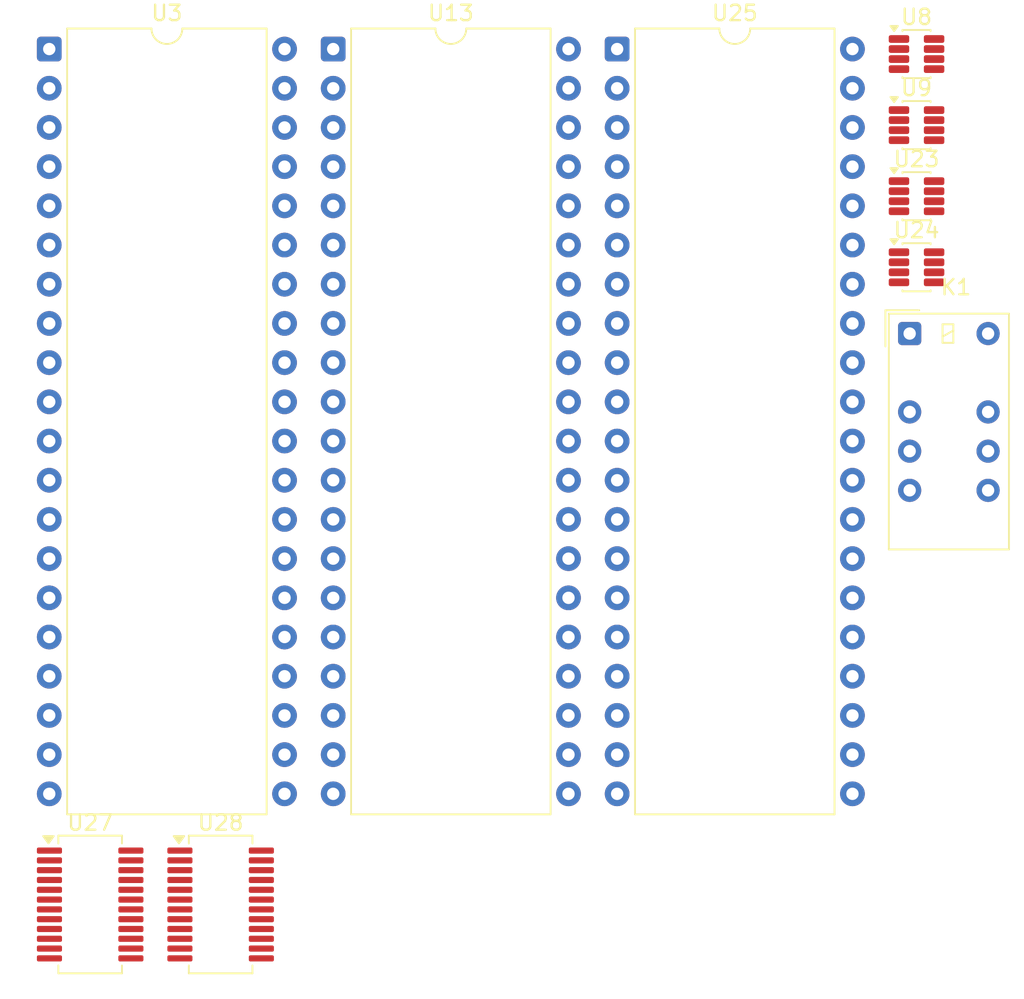
<source format=kicad_pcb>
(kicad_pcb (version 20241229) (generator "pcbnew") (generator_version "9.0")
  (layers (0 "F.Cu" signal) (2 "B.Cu" signal) (13 "F.Paste" user) (15 "B.Paste" user) (5 "F.SilkS" user "F.Silkscreen") (7 "B.SilkS" user "B.Silkscreen") (1 "F.Mask" user) (3 "B.Mask" user) (25 "Edge.Cuts" user))
  (net 0 "")
  (net 1 "Net-(K1-Pad12)")
  (net 2 "Net-(K1-Pad1)")
  (net 10 "Net-(U3-A15)")
  (net 11 "Net-(U1-GATE)")
  (net 20 "Net-(U3-A12)")
  (net 21 "Net-(U3-A10)")
  (net 22 "Net-(U3-A11)")
  (net 28 "Net-(U3-D0)")
  (net 34 "Net-(U3-A14)")
  (net 42 "GND")
  (net 43 "Net-(U27-OUT0)")
  (net 46 "Net-(U27-OUT1)")
  (net 48 "Net-(U27-VDD)")
  (net 54 "Net-(U28-OUT2)")
  (net 57 "Net-(U28-OUT1)")
  (net 63 "Net-(Q2-S)")
  (net 66 "Net-(D11-K3)")
  (net 71 "Net-(U13-RESET)")
  (net 88 "Net-(D11-K2)")
  (net 99 "Net-(U23-GND)")
  (net 100 "Net-(U23-FB)")
  (net 101 "Net-(Q3-C)")
  (net 102 "Net-(D14-A)")
  (net 105 "Net-(D16-K)")
  (net 106 "Net-(U24-GND)")
  (net 140 "Net-(U21-LIN)")
  (net 163 "Net-(D1-K)")
  (net 182 "Net-(D6-K)")
  (footprint "Package_SO:QSOP-24_3.9x8.7mm_P0.635mm" (layer "F.Cu") (at 123.08 128.67)
    (property "Reference" "U28" (at 0 -5.3 0) (layer "F.SilkS"))
    (property "Value" "LED1642GWPTR")
    (fp_line (start -2.06 -4.46) (end 2.06 -4.46) (stroke (width 0.12)) (layer "F.SilkS"))
    (fp_line (start -2.06 -3.9525) (end -2.06 -4.46) (stroke (width 0.12)) (layer "F.SilkS"))
    (fp_line (start -2.06 4.46) (end -2.06 3.9525) (stroke (width 0.12)) (layer "F.SilkS"))
    (fp_line (start 2.06 -4.46) (end 2.06 -3.9525) (stroke (width 0.12)) (layer "F.SilkS"))
    (fp_line (start 2.06 3.9525) (end 2.06 4.46) (stroke (width 0.12)) (layer "F.SilkS"))
    (fp_line (start 2.06 4.46) (end -2.06 4.46) (stroke (width 0.12)) (layer "F.SilkS"))
    (fp_poly (pts (xy -2.7 -3.96) (xy -3.04 -4.43) (xy -2.36 -4.43)) (stroke (width 0.12)) (fill yes) (layer "F.SilkS"))
    (pad "1" smd roundrect (at -2.6375 -3.4925) (size 1.625 0.4) (layers "F.Cu" "F.Mask" "F.Paste") (net 182 "Net-(D6-K)"))
    (pad "2" smd roundrect (at -2.6375 -2.8575) (size 1.625 0.4) (layers "F.Cu" "F.Mask" "F.Paste"))
    (pad "3" smd roundrect (at -2.6375 -2.2225) (size 1.625 0.4) (layers "F.Cu" "F.Mask" "F.Paste"))
    (pad "4" smd roundrect (at -2.6375 -1.5875) (size 1.625 0.4) (layers "F.Cu" "F.Mask" "F.Paste"))
    (pad "5" smd roundrect (at -2.6375 -0.9525) (size 1.625 0.4) (layers "F.Cu" "F.Mask" "F.Paste"))
    (pad "6" smd roundrect (at -2.6375 -0.3175) (size 1.625 0.4) (layers "F.Cu" "F.Mask" "F.Paste") (net 57 "Net-(U28-OUT1)"))
    (pad "7" smd roundrect (at -2.6375 0.3175) (size 1.625 0.4) (layers "F.Cu" "F.Mask" "F.Paste") (net 54 "Net-(U28-OUT2)"))
    (pad "8" smd roundrect (at -2.6375 0.9525) (size 1.625 0.4) (layers "F.Cu" "F.Mask" "F.Paste"))
    (pad "9" smd roundrect (at -2.6375 1.5875) (size 1.625 0.4) (layers "F.Cu" "F.Mask" "F.Paste"))
    (pad "10" smd roundrect (at -2.6375 2.2225) (size 1.625 0.4) (layers "F.Cu" "F.Mask" "F.Paste"))
    (pad "11" smd roundrect (at -2.6375 2.8575) (size 1.625 0.4) (layers "F.Cu" "F.Mask" "F.Paste"))
    (pad "12" smd roundrect (at -2.6375 3.4925) (size 1.625 0.4) (layers "F.Cu" "F.Mask" "F.Paste"))
    (pad "13" smd roundrect (at 2.6375 3.4925) (size 1.625 0.4) (layers "F.Cu" "F.Mask" "F.Paste"))
    (pad "14" smd roundrect (at 2.6375 2.8575) (size 1.625 0.4) (layers "F.Cu" "F.Mask" "F.Paste"))
    (pad "15" smd roundrect (at 2.6375 2.2225) (size 1.625 0.4) (layers "F.Cu" "F.Mask" "F.Paste"))
    (pad "16" smd roundrect (at 2.6375 1.5875) (size 1.625 0.4) (layers "F.Cu" "F.Mask" "F.Paste"))
    (pad "17" smd roundrect (at 2.6375 0.9525) (size 1.625 0.4) (layers "F.Cu" "F.Mask" "F.Paste"))
    (pad "18" smd roundrect (at 2.6375 0.3175) (size 1.625 0.4) (layers "F.Cu" "F.Mask" "F.Paste"))
    (pad "19" smd roundrect (at 2.6375 -0.3175) (size 1.625 0.4) (layers "F.Cu" "F.Mask" "F.Paste"))
    (pad "20" smd roundrect (at 2.6375 -0.9525) (size 1.625 0.4) (layers "F.Cu" "F.Mask" "F.Paste"))
    (pad "21" smd roundrect (at 2.6375 -1.5875) (size 1.625 0.4) (layers "F.Cu" "F.Mask" "F.Paste"))
    (pad "22" smd roundrect (at 2.6375 -2.2225) (size 1.625 0.4) (layers "F.Cu" "F.Mask" "F.Paste"))
    (pad "23" smd roundrect (at 2.6375 -2.8575) (size 1.625 0.4) (layers "F.Cu" "F.Mask" "F.Paste"))
    (pad "24" smd roundrect (at 2.6375 -3.4925) (size 1.625 0.4) (layers "F.Cu" "F.Mask" "F.Paste"))
  )
  (footprint "Package_TO_SOT_SMD:TSOT-23-8" (layer "F.Cu") (at 168.15 82.775)
    (property "Reference" "U23" (at 0 -2.4 0) (layer "F.SilkS"))
    (property "Value" "MPQ3362GJ-AEC1")
    (fp_line (start -0.91 -1.56) (end 0.91 -1.56) (stroke (width 0.12)) (layer "F.SilkS"))
    (fp_line (start -0.91 -1.485) (end -0.91 -1.56) (stroke (width 0.12)) (layer "F.SilkS"))
    (fp_line (start -0.91 1.56) (end -0.91 1.485) (stroke (width 0.12)) (layer "F.SilkS"))
    (fp_line (start 0.91 -1.56) (end 0.91 -1.485) (stroke (width 0.12)) (layer "F.SilkS"))
    (fp_line (start 0.91 1.485) (end 0.91 1.56) (stroke (width 0.12)) (layer "F.SilkS"))
    (fp_line (start 0.91 1.56) (end -0.91 1.56) (stroke (width 0.12)) (layer "F.SilkS"))
    (fp_poly (pts (xy -1.45 -1.49) (xy -1.69 -1.82) (xy -1.21 -1.82)) (stroke (width 0.12)) (fill yes) (layer "F.SilkS"))
    (pad "1" smd roundrect (at -1.1375 -0.975) (size 1.325 0.5) (layers "F.Cu" "F.Mask" "F.Paste") (net 102 "Net-(D14-A)"))
    (pad "2" smd roundrect (at -1.1375 -0.325) (size 1.325 0.5) (layers "F.Cu" "F.Mask" "F.Paste"))
    (pad "3" smd roundrect (at -1.1375 0.325) (size 1.325 0.5) (layers "F.Cu" "F.Mask" "F.Paste"))
    (pad "4" smd roundrect (at -1.1375 0.975) (size 1.325 0.5) (layers "F.Cu" "F.Mask" "F.Paste") (net 101 "Net-(Q3-C)"))
    (pad "5" smd roundrect (at 1.1375 0.975) (size 1.325 0.5) (layers "F.Cu" "F.Mask" "F.Paste") (net 101 "Net-(Q3-C)"))
    (pad "6" smd roundrect (at 1.1375 0.325) (size 1.325 0.5) (layers "F.Cu" "F.Mask" "F.Paste") (net 100 "Net-(U23-FB)"))
    (pad "7" smd roundrect (at 1.1375 -0.325) (size 1.325 0.5) (layers "F.Cu" "F.Mask" "F.Paste") (net 100 "Net-(U23-FB)"))
    (pad "8" smd roundrect (at 1.1375 -0.975) (size 1.325 0.5) (layers "F.Cu" "F.Mask" "F.Paste") (net 99 "Net-(U23-GND)"))
  )
  (footprint "Package_TO_SOT_SMD:TSOT-23-8" (layer "F.Cu") (at 168.15 87.38)
    (property "Reference" "U24" (at 0 -2.4 0) (layer "F.SilkS"))
    (property "Value" "MPQ3362GJ-AEC1")
    (fp_line (start -0.91 -1.56) (end 0.91 -1.56) (stroke (width 0.12)) (layer "F.SilkS"))
    (fp_line (start -0.91 -1.485) (end -0.91 -1.56) (stroke (width 0.12)) (layer "F.SilkS"))
    (fp_line (start -0.91 1.56) (end -0.91 1.485) (stroke (width 0.12)) (layer "F.SilkS"))
    (fp_line (start 0.91 -1.56) (end 0.91 -1.485) (stroke (width 0.12)) (layer "F.SilkS"))
    (fp_line (start 0.91 1.485) (end 0.91 1.56) (stroke (width 0.12)) (layer "F.SilkS"))
    (fp_line (start 0.91 1.56) (end -0.91 1.56) (stroke (width 0.12)) (layer "F.SilkS"))
    (fp_poly (pts (xy -1.45 -1.49) (xy -1.69 -1.82) (xy -1.21 -1.82)) (stroke (width 0.12)) (fill yes) (layer "F.SilkS"))
    (pad "1" smd roundrect (at -1.1375 -0.975) (size 1.325 0.5) (layers "F.Cu" "F.Mask" "F.Paste"))
    (pad "2" smd roundrect (at -1.1375 -0.325) (size 1.325 0.5) (layers "F.Cu" "F.Mask" "F.Paste"))
    (pad "3" smd roundrect (at -1.1375 0.325) (size 1.325 0.5) (layers "F.Cu" "F.Mask" "F.Paste"))
    (pad "4" smd roundrect (at -1.1375 0.975) (size 1.325 0.5) (layers "F.Cu" "F.Mask" "F.Paste"))
    (pad "5" smd roundrect (at 1.1375 0.975) (size 1.325 0.5) (layers "F.Cu" "F.Mask" "F.Paste"))
    (pad "6" smd roundrect (at 1.1375 0.325) (size 1.325 0.5) (layers "F.Cu" "F.Mask" "F.Paste") (net 105 "Net-(D16-K)"))
    (pad "7" smd roundrect (at 1.1375 -0.325) (size 1.325 0.5) (layers "F.Cu" "F.Mask" "F.Paste"))
    (pad "8" smd roundrect (at 1.1375 -0.975) (size 1.325 0.5) (layers "F.Cu" "F.Mask" "F.Paste") (net 106 "Net-(U24-GND)"))
  )
  (footprint "Package_DIP:DIP-40_W15.24mm" (layer "F.Cu") (at 148.76 73.24)
    (property "Reference" "U25" (at 7.62 -2.33 0) (layer "F.SilkS"))
    (property "Value" "8080")
    (fp_line (start 1.16 -1.33) (end 1.16 49.59) (stroke (width 0.12)) (layer "F.SilkS"))
    (fp_line (start 1.16 49.59) (end 14.08 49.59) (stroke (width 0.12)) (layer "F.SilkS"))
    (fp_line (start 6.62 -1.33) (end 1.16 -1.33) (stroke (width 0.12)) (layer "F.SilkS"))
    (fp_line (start 14.08 -1.33) (end 8.62 -1.33) (stroke (width 0.12)) (layer "F.SilkS"))
    (fp_line (start 14.08 49.59) (end 14.08 -1.33) (stroke (width 0.12)) (layer "F.SilkS"))
    (fp_arc (start 8.62 -1.33) (mid 7.62 -0.33) (end 6.62 -1.33) (stroke (width 0.12)) (layer "F.SilkS"))
    (pad "1" thru_hole roundrect (at 0 0) (size 1.6 1.6) (drill 0.8) (layers "*.Cu" "*.Mask") (roundrect_rratio 0.15625))
    (pad "2" thru_hole circle (at 0 2.54) (size 1.6 1.6) (drill 0.8) (layers "*.Cu" "*.Mask") (net 106 "Net-(U24-GND)"))
    (pad "3" thru_hole circle (at 0 5.08) (size 1.6 1.6) (drill 0.8) (layers "*.Cu" "*.Mask"))
    (pad "4" thru_hole circle (at 0 7.62) (size 1.6 1.6) (drill 0.8) (layers "*.Cu" "*.Mask"))
    (pad "5" thru_hole circle (at 0 10.16) (size 1.6 1.6) (drill 0.8) (layers "*.Cu" "*.Mask"))
    (pad "6" thru_hole circle (at 0 12.7) (size 1.6 1.6) (drill 0.8) (layers "*.Cu" "*.Mask"))
    (pad "7" thru_hole circle (at 0 15.24) (size 1.6 1.6) (drill 0.8) (layers "*.Cu" "*.Mask"))
    (pad "8" thru_hole circle (at 0 17.78) (size 1.6 1.6) (drill 0.8) (layers "*.Cu" "*.Mask"))
    (pad "9" thru_hole circle (at 0 20.32) (size 1.6 1.6) (drill 0.8) (layers "*.Cu" "*.Mask"))
    (pad "10" thru_hole circle (at 0 22.86) (size 1.6 1.6) (drill 0.8) (layers "*.Cu" "*.Mask"))
    (pad "11" thru_hole circle (at 0 25.4) (size 1.6 1.6) (drill 0.8) (layers "*.Cu" "*.Mask") (net 99 "Net-(U23-GND)"))
    (pad "12" thru_hole circle (at 0 27.94) (size 1.6 1.6) (drill 0.8) (layers "*.Cu" "*.Mask"))
    (pad "13" thru_hole circle (at 0 30.48) (size 1.6 1.6) (drill 0.8) (layers "*.Cu" "*.Mask"))
    (pad "14" thru_hole circle (at 0 33.02) (size 1.6 1.6) (drill 0.8) (layers "*.Cu" "*.Mask"))
    (pad "15" thru_hole circle (at 0 35.56) (size 1.6 1.6) (drill 0.8) (layers "*.Cu" "*.Mask"))
    (pad "16" thru_hole circle (at 0 38.1) (size 1.6 1.6) (drill 0.8) (layers "*.Cu" "*.Mask"))
    (pad "17" thru_hole circle (at 0 40.64) (size 1.6 1.6) (drill 0.8) (layers "*.Cu" "*.Mask"))
    (pad "18" thru_hole circle (at 0 43.18) (size 1.6 1.6) (drill 0.8) (layers "*.Cu" "*.Mask"))
    (pad "19" thru_hole circle (at 0 45.72) (size 1.6 1.6) (drill 0.8) (layers "*.Cu" "*.Mask"))
    (pad "20" thru_hole circle (at 0 48.26) (size 1.6 1.6) (drill 0.8) (layers "*.Cu" "*.Mask"))
    (pad "21" thru_hole circle (at 15.24 48.26) (size 1.6 1.6) (drill 0.8) (layers "*.Cu" "*.Mask"))
    (pad "22" thru_hole circle (at 15.24 45.72) (size 1.6 1.6) (drill 0.8) (layers "*.Cu" "*.Mask"))
    (pad "23" thru_hole circle (at 15.24 43.18) (size 1.6 1.6) (drill 0.8) (layers "*.Cu" "*.Mask"))
    (pad "24" thru_hole circle (at 15.24 40.64) (size 1.6 1.6) (drill 0.8) (layers "*.Cu" "*.Mask"))
    (pad "25" thru_hole circle (at 15.24 38.1) (size 1.6 1.6) (drill 0.8) (layers "*.Cu" "*.Mask"))
    (pad "26" thru_hole circle (at 15.24 35.56) (size 1.6 1.6) (drill 0.8) (layers "*.Cu" "*.Mask"))
    (pad "27" thru_hole circle (at 15.24 33.02) (size 1.6 1.6) (drill 0.8) (layers "*.Cu" "*.Mask"))
    (pad "28" thru_hole circle (at 15.24 30.48) (size 1.6 1.6) (drill 0.8) (layers "*.Cu" "*.Mask"))
    (pad "29" thru_hole circle (at 15.24 27.94) (size 1.6 1.6) (drill 0.8) (layers "*.Cu" "*.Mask"))
    (pad "30" thru_hole circle (at 15.24 25.4) (size 1.6 1.6) (drill 0.8) (layers "*.Cu" "*.Mask"))
    (pad "31" thru_hole circle (at 15.24 22.86) (size 1.6 1.6) (drill 0.8) (layers "*.Cu" "*.Mask"))
    (pad "32" thru_hole circle (at 15.24 20.32) (size 1.6 1.6) (drill 0.8) (layers "*.Cu" "*.Mask"))
    (pad "33" thru_hole circle (at 15.24 17.78) (size 1.6 1.6) (drill 0.8) (layers "*.Cu" "*.Mask"))
    (pad "34" thru_hole circle (at 15.24 15.24) (size 1.6 1.6) (drill 0.8) (layers "*.Cu" "*.Mask"))
    (pad "35" thru_hole circle (at 15.24 12.7) (size 1.6 1.6) (drill 0.8) (layers "*.Cu" "*.Mask"))
    (pad "36" thru_hole circle (at 15.24 10.16) (size 1.6 1.6) (drill 0.8) (layers "*.Cu" "*.Mask"))
    (pad "37" thru_hole circle (at 15.24 7.62) (size 1.6 1.6) (drill 0.8) (layers "*.Cu" "*.Mask") (net 140 "Net-(U21-LIN)"))
    (pad "38" thru_hole circle (at 15.24 5.08) (size 1.6 1.6) (drill 0.8) (layers "*.Cu" "*.Mask"))
    (pad "39" thru_hole circle (at 15.24 2.54) (size 1.6 1.6) (drill 0.8) (layers "*.Cu" "*.Mask"))
    (pad "40" thru_hole circle (at 15.24 0) (size 1.6 1.6) (drill 0.8) (layers "*.Cu" "*.Mask"))
  )
  (footprint "Package_TO_SOT_SMD:TSOT-23-8" (layer "F.Cu") (at 168.15 78.17)
    (property "Reference" "U9" (at 0 -2.4 0) (layer "F.SilkS"))
    (property "Value" "MPQ3362GJ-AEC1")
    (fp_line (start -0.91 -1.56) (end 0.91 -1.56) (stroke (width 0.12)) (layer "F.SilkS"))
    (fp_line (start -0.91 -1.485) (end -0.91 -1.56) (stroke (width 0.12)) (layer "F.SilkS"))
    (fp_line (start -0.91 1.56) (end -0.91 1.485) (stroke (width 0.12)) (layer "F.SilkS"))
    (fp_line (start 0.91 -1.56) (end 0.91 -1.485) (stroke (width 0.12)) (layer "F.SilkS"))
    (fp_line (start 0.91 1.485) (end 0.91 1.56) (stroke (width 0.12)) (layer "F.SilkS"))
    (fp_line (start 0.91 1.56) (end -0.91 1.56) (stroke (width 0.12)) (layer "F.SilkS"))
    (fp_poly (pts (xy -1.45 -1.49) (xy -1.69 -1.82) (xy -1.21 -1.82)) (stroke (width 0.12)) (fill yes) (layer "F.SilkS"))
    (pad "1" smd roundrect (at -1.1375 -0.975) (size 1.325 0.5) (layers "F.Cu" "F.Mask" "F.Paste"))
    (pad "2" smd roundrect (at -1.1375 -0.325) (size 1.325 0.5) (layers "F.Cu" "F.Mask" "F.Paste"))
    (pad "3" smd roundrect (at -1.1375 0.325) (size 1.325 0.5) (layers "F.Cu" "F.Mask" "F.Paste"))
    (pad "4" smd roundrect (at -1.1375 0.975) (size 1.325 0.5) (layers "F.Cu" "F.Mask" "F.Paste"))
    (pad "5" smd roundrect (at 1.1375 0.975) (size 1.325 0.5) (layers "F.Cu" "F.Mask" "F.Paste"))
    (pad "6" smd roundrect (at 1.1375 0.325) (size 1.325 0.5) (layers "F.Cu" "F.Mask" "F.Paste") (net 57 "Net-(U28-OUT1)"))
    (pad "7" smd roundrect (at 1.1375 -0.325) (size 1.325 0.5) (layers "F.Cu" "F.Mask" "F.Paste") (net 54 "Net-(U28-OUT2)"))
    (pad "8" smd roundrect (at 1.1375 -0.975) (size 1.325 0.5) (layers "F.Cu" "F.Mask" "F.Paste"))
  )
  (footprint "Relay_THT:Relay_DPDT_Kemet_EC2_NU" (layer "F.Cu") (at 167.705 91.675)
    (property "Reference" "K1" (at 3 -3 180) (layer "F.SilkS"))
    (property "Value" "EC2-3NU")
    (fp_line (start -1.57 -1.51) (end 0.62 -1.51) (stroke (width 0.12)) (layer "F.SilkS"))
    (fp_line (start -1.57 0.83) (end -1.57 -1.51) (stroke (width 0.12)) (layer "F.SilkS"))
    (fp_line (start -1.35 -1.27) (end -1.35 13.99) (stroke (width 0.12)) (layer "F.SilkS"))
    (fp_line (start 2.13 -0.6) (end 2.13 0.6) (stroke (width 0.12)) (layer "F.SilkS"))
    (fp_line (start 2.13 0.2) (end 2.83 -0.2) (stroke (width 0.12)) (layer "F.SilkS"))
    (fp_line (start 2.13 0.6) (end 2.83 0.6) (stroke (width 0.12)) (layer "F.SilkS"))
    (fp_line (start 2.83 -0.6) (end 2.13 -0.6) (stroke (width 0.12)) (layer "F.SilkS"))
    (fp_line (start 2.83 0.6) (end 2.83 -0.6) (stroke (width 0.12)) (layer "F.SilkS"))
    (fp_line (start 6.43 -1.29) (end -1.35 -1.29) (stroke (width 0.12)) (layer "F.SilkS"))
    (fp_line (start 6.43 -1.29) (end 6.43 13.99) (stroke (width 0.12)) (layer "F.SilkS"))
    (fp_line (start 6.43 13.99) (end -1.35 13.99) (stroke (width 0.12)) (layer "F.SilkS"))
    (pad "1" thru_hole roundrect (at 0 0) (size 1.5 1.5) (drill 0.8) (layers "*.Cu" "*.Mask") (roundrect_rratio 0.167) (net 2 "Net-(K1-Pad1)"))
    (pad "3" thru_hole circle (at 0 5.08) (size 1.5 1.5) (drill 0.8) (layers "*.Cu" "*.Mask") (net 2 "Net-(K1-Pad1)"))
    (pad "4" thru_hole circle (at 0 7.62) (size 1.5 1.5) (drill 0.8) (layers "*.Cu" "*.Mask") (net 1 "Net-(K1-Pad12)"))
    (pad "5" thru_hole circle (at 0 10.16) (size 1.5 1.5) (drill 0.8) (layers "*.Cu" "*.Mask") (net 2 "Net-(K1-Pad1)"))
    (pad "8" thru_hole circle (at 5.08 10.16) (size 1.5 1.5) (drill 0.8) (layers "*.Cu" "*.Mask") (net 2 "Net-(K1-Pad1)"))
    (pad "9" thru_hole circle (at 5.08 7.62) (size 1.5 1.5) (drill 0.8) (layers "*.Cu" "*.Mask") (net 1 "Net-(K1-Pad12)"))
    (pad "10" thru_hole circle (at 5.08 5.08) (size 1.5 1.5) (drill 0.8) (layers "*.Cu" "*.Mask") (net 2 "Net-(K1-Pad1)"))
    (pad "12" thru_hole circle (at 5.08 0) (size 1.5 1.5) (drill 0.8) (layers "*.Cu" "*.Mask") (net 1 "Net-(K1-Pad12)"))
  )
  (footprint "Package_DIP:DIP-40_W15.24mm" (layer "F.Cu") (at 130.37 73.24)
    (property "Reference" "U13" (at 7.62 -2.33 0) (layer "F.SilkS"))
    (property "Value" "8080")
    (fp_line (start 1.16 -1.33) (end 1.16 49.59) (stroke (width 0.12)) (layer "F.SilkS"))
    (fp_line (start 1.16 49.59) (end 14.08 49.59) (stroke (width 0.12)) (layer "F.SilkS"))
    (fp_line (start 6.62 -1.33) (end 1.16 -1.33) (stroke (width 0.12)) (layer "F.SilkS"))
    (fp_line (start 14.08 -1.33) (end 8.62 -1.33) (stroke (width 0.12)) (layer "F.SilkS"))
    (fp_line (start 14.08 49.59) (end 14.08 -1.33) (stroke (width 0.12)) (layer "F.SilkS"))
    (fp_arc (start 8.62 -1.33) (mid 7.62 -0.33) (end 6.62 -1.33) (stroke (width 0.12)) (layer "F.SilkS"))
    (pad "1" thru_hole roundrect (at 0 0) (size 1.6 1.6) (drill 0.8) (layers "*.Cu" "*.Mask") (roundrect_rratio 0.15625))
    (pad "2" thru_hole circle (at 0 2.54) (size 1.6 1.6) (drill 0.8) (layers "*.Cu" "*.Mask"))
    (pad "3" thru_hole circle (at 0 5.08) (size 1.6 1.6) (drill 0.8) (layers "*.Cu" "*.Mask"))
    (pad "4" thru_hole circle (at 0 7.62) (size 1.6 1.6) (drill 0.8) (layers "*.Cu" "*.Mask"))
    (pad "5" thru_hole circle (at 0 10.16) (size 1.6 1.6) (drill 0.8) (layers "*.Cu" "*.Mask"))
    (pad "6" thru_hole circle (at 0 12.7) (size 1.6 1.6) (drill 0.8) (layers "*.Cu" "*.Mask"))
    (pad "7" thru_hole circle (at 0 15.24) (size 1.6 1.6) (drill 0.8) (layers "*.Cu" "*.Mask"))
    (pad "8" thru_hole circle (at 0 17.78) (size 1.6 1.6) (drill 0.8) (layers "*.Cu" "*.Mask"))
    (pad "9" thru_hole circle (at 0 20.32) (size 1.6 1.6) (drill 0.8) (layers "*.Cu" "*.Mask"))
    (pad "10" thru_hole circle (at 0 22.86) (size 1.6 1.6) (drill 0.8) (layers "*.Cu" "*.Mask"))
    (pad "11" thru_hole circle (at 0 25.4) (size 1.6 1.6) (drill 0.8) (layers "*.Cu" "*.Mask"))
    (pad "12" thru_hole circle (at 0 27.94) (size 1.6 1.6) (drill 0.8) (layers "*.Cu" "*.Mask") (net 71 "Net-(U13-RESET)"))
    (pad "13" thru_hole circle (at 0 30.48) (size 1.6 1.6) (drill 0.8) (layers "*.Cu" "*.Mask"))
    (pad "14" thru_hole circle (at 0 33.02) (size 1.6 1.6) (drill 0.8) (layers "*.Cu" "*.Mask"))
    (pad "15" thru_hole circle (at 0 35.56) (size 1.6 1.6) (drill 0.8) (layers "*.Cu" "*.Mask"))
    (pad "16" thru_hole circle (at 0 38.1) (size 1.6 1.6) (drill 0.8) (layers "*.Cu" "*.Mask"))
    (pad "17" thru_hole circle (at 0 40.64) (size 1.6 1.6) (drill 0.8) (layers "*.Cu" "*.Mask"))
    (pad "18" thru_hole circle (at 0 43.18) (size 1.6 1.6) (drill 0.8) (layers "*.Cu" "*.Mask"))
    (pad "19" thru_hole circle (at 0 45.72) (size 1.6 1.6) (drill 0.8) (layers "*.Cu" "*.Mask") (net 88 "Net-(D11-K2)"))
    (pad "20" thru_hole circle (at 0 48.26) (size 1.6 1.6) (drill 0.8) (layers "*.Cu" "*.Mask"))
    (pad "21" thru_hole circle (at 15.24 48.26) (size 1.6 1.6) (drill 0.8) (layers "*.Cu" "*.Mask"))
    (pad "22" thru_hole circle (at 15.24 45.72) (size 1.6 1.6) (drill 0.8) (layers "*.Cu" "*.Mask"))
    (pad "23" thru_hole circle (at 15.24 43.18) (size 1.6 1.6) (drill 0.8) (layers "*.Cu" "*.Mask"))
    (pad "24" thru_hole circle (at 15.24 40.64) (size 1.6 1.6) (drill 0.8) (layers "*.Cu" "*.Mask"))
    (pad "25" thru_hole circle (at 15.24 38.1) (size 1.6 1.6) (drill 0.8) (layers "*.Cu" "*.Mask") (net 66 "Net-(D11-K3)"))
    (pad "26" thru_hole circle (at 15.24 35.56) (size 1.6 1.6) (drill 0.8) (layers "*.Cu" "*.Mask"))
    (pad "27" thru_hole circle (at 15.24 33.02) (size 1.6 1.6) (drill 0.8) (layers "*.Cu" "*.Mask"))
    (pad "28" thru_hole circle (at 15.24 30.48) (size 1.6 1.6) (drill 0.8) (layers "*.Cu" "*.Mask") (net 63 "Net-(Q2-S)"))
    (pad "29" thru_hole circle (at 15.24 27.94) (size 1.6 1.6) (drill 0.8) (layers "*.Cu" "*.Mask"))
    (pad "30" thru_hole circle (at 15.24 25.4) (size 1.6 1.6) (drill 0.8) (layers "*.Cu" "*.Mask"))
    (pad "31" thru_hole circle (at 15.24 22.86) (size 1.6 1.6) (drill 0.8) (layers "*.Cu" "*.Mask"))
    (pad "32" thru_hole circle (at 15.24 20.32) (size 1.6 1.6) (drill 0.8) (layers "*.Cu" "*.Mask"))
    (pad "33" thru_hole circle (at 15.24 17.78) (size 1.6 1.6) (drill 0.8) (layers "*.Cu" "*.Mask"))
    (pad "34" thru_hole circle (at 15.24 15.24) (size 1.6 1.6) (drill 0.8) (layers "*.Cu" "*.Mask"))
    (pad "35" thru_hole circle (at 15.24 12.7) (size 1.6 1.6) (drill 0.8) (layers "*.Cu" "*.Mask"))
    (pad "36" thru_hole circle (at 15.24 10.16) (size 1.6 1.6) (drill 0.8) (layers "*.Cu" "*.Mask"))
    (pad "37" thru_hole circle (at 15.24 7.62) (size 1.6 1.6) (drill 0.8) (layers "*.Cu" "*.Mask"))
    (pad "38" thru_hole circle (at 15.24 5.08) (size 1.6 1.6) (drill 0.8) (layers "*.Cu" "*.Mask"))
    (pad "39" thru_hole circle (at 15.24 2.54) (size 1.6 1.6) (drill 0.8) (layers "*.Cu" "*.Mask"))
    (pad "40" thru_hole circle (at 15.24 0) (size 1.6 1.6) (drill 0.8) (layers "*.Cu" "*.Mask"))
  )
  (footprint "Package_TO_SOT_SMD:TSOT-23-8" (layer "F.Cu") (at 168.15 73.565)
    (property "Reference" "U8" (at 0 -2.4 0) (layer "F.SilkS"))
    (property "Value" "MPQ3362GJ-AEC1")
    (fp_line (start -0.91 -1.56) (end 0.91 -1.56) (stroke (width 0.12)) (layer "F.SilkS"))
    (fp_line (start -0.91 -1.485) (end -0.91 -1.56) (stroke (width 0.12)) (layer "F.SilkS"))
    (fp_line (start -0.91 1.56) (end -0.91 1.485) (stroke (width 0.12)) (layer "F.SilkS"))
    (fp_line (start 0.91 -1.56) (end 0.91 -1.485) (stroke (width 0.12)) (layer "F.SilkS"))
    (fp_line (start 0.91 1.485) (end 0.91 1.56) (stroke (width 0.12)) (layer "F.SilkS"))
    (fp_line (start 0.91 1.56) (end -0.91 1.56) (stroke (width 0.12)) (layer "F.SilkS"))
    (fp_poly (pts (xy -1.45 -1.49) (xy -1.69 -1.82) (xy -1.21 -1.82)) (stroke (width 0.12)) (fill yes) (layer "F.SilkS"))
    (pad "1" smd roundrect (at -1.1375 -0.975) (size 1.325 0.5) (layers "F.Cu" "F.Mask" "F.Paste") (net 46 "Net-(U27-OUT1)"))
    (pad "2" smd roundrect (at -1.1375 -0.325) (size 1.325 0.5) (layers "F.Cu" "F.Mask" "F.Paste"))
    (pad "3" smd roundrect (at -1.1375 0.325) (size 1.325 0.5) (layers "F.Cu" "F.Mask" "F.Paste"))
    (pad "4" smd roundrect (at -1.1375 0.975) (size 1.325 0.5) (layers "F.Cu" "F.Mask" "F.Paste"))
    (pad "5" smd roundrect (at 1.1375 0.975) (size 1.325 0.5) (layers "F.Cu" "F.Mask" "F.Paste"))
    (pad "6" smd roundrect (at 1.1375 0.325) (size 1.325 0.5) (layers "F.Cu" "F.Mask" "F.Paste") (net 48 "Net-(U27-VDD)"))
    (pad "7" smd roundrect (at 1.1375 -0.325) (size 1.325 0.5) (layers "F.Cu" "F.Mask" "F.Paste") (net 43 "Net-(U27-OUT0)"))
    (pad "8" smd roundrect (at 1.1375 -0.975) (size 1.325 0.5) (layers "F.Cu" "F.Mask" "F.Paste"))
  )
  (footprint "Package_SO:QSOP-24_3.9x8.7mm_P0.635mm" (layer "F.Cu") (at 114.63 128.67)
    (property "Reference" "U27" (at 0 -5.3 0) (layer "F.SilkS"))
    (property "Value" "LED1642GWPTR")
    (fp_line (start -2.06 -4.46) (end 2.06 -4.46) (stroke (width 0.12)) (layer "F.SilkS"))
    (fp_line (start -2.06 -3.9525) (end -2.06 -4.46) (stroke (width 0.12)) (layer "F.SilkS"))
    (fp_line (start -2.06 4.46) (end -2.06 3.9525) (stroke (width 0.12)) (layer "F.SilkS"))
    (fp_line (start 2.06 -4.46) (end 2.06 -3.9525) (stroke (width 0.12)) (layer "F.SilkS"))
    (fp_line (start 2.06 3.9525) (end 2.06 4.46) (stroke (width 0.12)) (layer "F.SilkS"))
    (fp_line (start 2.06 4.46) (end -2.06 4.46) (stroke (width 0.12)) (layer "F.SilkS"))
    (fp_poly (pts (xy -2.7 -3.96) (xy -3.04 -4.43) (xy -2.36 -4.43)) (stroke (width 0.12)) (fill yes) (layer "F.SilkS"))
    (pad "1" smd roundrect (at -2.6375 -3.4925) (size 1.625 0.4) (layers "F.Cu" "F.Mask" "F.Paste") (net 163 "Net-(D1-K)"))
    (pad "2" smd roundrect (at -2.6375 -2.8575) (size 1.625 0.4) (layers "F.Cu" "F.Mask" "F.Paste"))
    (pad "3" smd roundrect (at -2.6375 -2.2225) (size 1.625 0.4) (layers "F.Cu" "F.Mask" "F.Paste"))
    (pad "4" smd roundrect (at -2.6375 -1.5875) (size 1.625 0.4) (layers "F.Cu" "F.Mask" "F.Paste"))
    (pad "5" smd roundrect (at -2.6375 -0.9525) (size 1.625 0.4) (layers "F.Cu" "F.Mask" "F.Paste") (net 43 "Net-(U27-OUT0)"))
    (pad "6" smd roundrect (at -2.6375 -0.3175) (size 1.625 0.4) (layers "F.Cu" "F.Mask" "F.Paste") (net 46 "Net-(U27-OUT1)"))
    (pad "7" smd roundrect (at -2.6375 0.3175) (size 1.625 0.4) (layers "F.Cu" "F.Mask" "F.Paste"))
    (pad "8" smd roundrect (at -2.6375 0.9525) (size 1.625 0.4) (layers "F.Cu" "F.Mask" "F.Paste"))
    (pad "9" smd roundrect (at -2.6375 1.5875) (size 1.625 0.4) (layers "F.Cu" "F.Mask" "F.Paste"))
    (pad "10" smd roundrect (at -2.6375 2.2225) (size 1.625 0.4) (layers "F.Cu" "F.Mask" "F.Paste"))
    (pad "11" smd roundrect (at -2.6375 2.8575) (size 1.625 0.4) (layers "F.Cu" "F.Mask" "F.Paste"))
    (pad "12" smd roundrect (at -2.6375 3.4925) (size 1.625 0.4) (layers "F.Cu" "F.Mask" "F.Paste"))
    (pad "13" smd roundrect (at 2.6375 3.4925) (size 1.625 0.4) (layers "F.Cu" "F.Mask" "F.Paste"))
    (pad "14" smd roundrect (at 2.6375 2.8575) (size 1.625 0.4) (layers "F.Cu" "F.Mask" "F.Paste"))
    (pad "15" smd roundrect (at 2.6375 2.2225) (size 1.625 0.4) (layers "F.Cu" "F.Mask" "F.Paste"))
    (pad "16" smd roundrect (at 2.6375 1.5875) (size 1.625 0.4) (layers "F.Cu" "F.Mask" "F.Paste"))
    (pad "17" smd roundrect (at 2.6375 0.9525) (size 1.625 0.4) (layers "F.Cu" "F.Mask" "F.Paste"))
    (pad "18" smd roundrect (at 2.6375 0.3175) (size 1.625 0.4) (layers "F.Cu" "F.Mask" "F.Paste"))
    (pad "19" smd roundrect (at 2.6375 -0.3175) (size 1.625 0.4) (layers "F.Cu" "F.Mask" "F.Paste"))
    (pad "20" smd roundrect (at 2.6375 -0.9525) (size 1.625 0.4) (layers "F.Cu" "F.Mask" "F.Paste"))
    (pad "21" smd roundrect (at 2.6375 -1.5875) (size 1.625 0.4) (layers "F.Cu" "F.Mask" "F.Paste"))
    (pad "22" smd roundrect (at 2.6375 -2.2225) (size 1.625 0.4) (layers "F.Cu" "F.Mask" "F.Paste"))
    (pad "23" smd roundrect (at 2.6375 -2.8575) (size 1.625 0.4) (layers "F.Cu" "F.Mask" "F.Paste"))
    (pad "24" smd roundrect (at 2.6375 -3.4925) (size 1.625 0.4) (layers "F.Cu" "F.Mask" "F.Paste") (net 48 "Net-(U27-VDD)"))
  )
  (footprint "Package_DIP:DIP-40_W15.24mm" (layer "F.Cu") (at 111.98 73.24)
    (property "Reference" "U3" (at 7.62 -2.33 0) (layer "F.SilkS"))
    (property "Value" "8080")
    (fp_line (start 1.16 -1.33) (end 1.16 49.59) (stroke (width 0.12)) (layer "F.SilkS"))
    (fp_line (start 1.16 49.59) (end 14.08 49.59) (stroke (width 0.12)) (layer "F.SilkS"))
    (fp_line (start 6.62 -1.33) (end 1.16 -1.33) (stroke (width 0.12)) (layer "F.SilkS"))
    (fp_line (start 14.08 -1.33) (end 8.62 -1.33) (stroke (width 0.12)) (layer "F.SilkS"))
    (fp_line (start 14.08 49.59) (end 14.08 -1.33) (stroke (width 0.12)) (layer "F.SilkS"))
    (fp_arc (start 8.62 -1.33) (mid 7.62 -0.33) (end 6.62 -1.33) (stroke (width 0.12)) (layer "F.SilkS"))
    (pad "1" thru_hole roundrect (at 0 0) (size 1.6 1.6) (drill 0.8) (layers "*.Cu" "*.Mask") (roundrect_rratio 0.15625) (net 21 "Net-(U3-A10)"))
    (pad "2" thru_hole circle (at 0 2.54) (size 1.6 1.6) (drill 0.8) (layers "*.Cu" "*.Mask"))
    (pad "3" thru_hole circle (at 0 5.08) (size 1.6 1.6) (drill 0.8) (layers "*.Cu" "*.Mask"))
    (pad "4" thru_hole circle (at 0 7.62) (size 1.6 1.6) (drill 0.8) (layers "*.Cu" "*.Mask"))
    (pad "5" thru_hole circle (at 0 10.16) (size 1.6 1.6) (drill 0.8) (layers "*.Cu" "*.Mask"))
    (pad "6" thru_hole circle (at 0 12.7) (size 1.6 1.6) (drill 0.8) (layers "*.Cu" "*.Mask"))
    (pad "7" thru_hole circle (at 0 15.24) (size 1.6 1.6) (drill 0.8) (layers "*.Cu" "*.Mask"))
    (pad "8" thru_hole circle (at 0 17.78) (size 1.6 1.6) (drill 0.8) (layers "*.Cu" "*.Mask"))
    (pad "9" thru_hole circle (at 0 20.32) (size 1.6 1.6) (drill 0.8) (layers "*.Cu" "*.Mask"))
    (pad "10" thru_hole circle (at 0 22.86) (size 1.6 1.6) (drill 0.8) (layers "*.Cu" "*.Mask") (net 28 "Net-(U3-D0)"))
    (pad "11" thru_hole circle (at 0 25.4) (size 1.6 1.6) (drill 0.8) (layers "*.Cu" "*.Mask"))
    (pad "12" thru_hole circle (at 0 27.94) (size 1.6 1.6) (drill 0.8) (layers "*.Cu" "*.Mask"))
    (pad "13" thru_hole circle (at 0 30.48) (size 1.6 1.6) (drill 0.8) (layers "*.Cu" "*.Mask"))
    (pad "14" thru_hole circle (at 0 33.02) (size 1.6 1.6) (drill 0.8) (layers "*.Cu" "*.Mask"))
    (pad "15" thru_hole circle (at 0 35.56) (size 1.6 1.6) (drill 0.8) (layers "*.Cu" "*.Mask"))
    (pad "16" thru_hole circle (at 0 38.1) (size 1.6 1.6) (drill 0.8) (layers "*.Cu" "*.Mask"))
    (pad "17" thru_hole circle (at 0 40.64) (size 1.6 1.6) (drill 0.8) (layers "*.Cu" "*.Mask"))
    (pad "18" thru_hole circle (at 0 43.18) (size 1.6 1.6) (drill 0.8) (layers "*.Cu" "*.Mask"))
    (pad "19" thru_hole circle (at 0 45.72) (size 1.6 1.6) (drill 0.8) (layers "*.Cu" "*.Mask"))
    (pad "20" thru_hole circle (at 0 48.26) (size 1.6 1.6) (drill 0.8) (layers "*.Cu" "*.Mask"))
    (pad "21" thru_hole circle (at 15.24 48.26) (size 1.6 1.6) (drill 0.8) (layers "*.Cu" "*.Mask"))
    (pad "22" thru_hole circle (at 15.24 45.72) (size 1.6 1.6) (drill 0.8) (layers "*.Cu" "*.Mask"))
    (pad "23" thru_hole circle (at 15.24 43.18) (size 1.6 1.6) (drill 0.8) (layers "*.Cu" "*.Mask"))
    (pad "24" thru_hole circle (at 15.24 40.64) (size 1.6 1.6) (drill 0.8) (layers "*.Cu" "*.Mask"))
    (pad "25" thru_hole circle (at 15.24 38.1) (size 1.6 1.6) (drill 0.8) (layers "*.Cu" "*.Mask"))
    (pad "26" thru_hole circle (at 15.24 35.56) (size 1.6 1.6) (drill 0.8) (layers "*.Cu" "*.Mask"))
    (pad "27" thru_hole circle (at 15.24 33.02) (size 1.6 1.6) (drill 0.8) (layers "*.Cu" "*.Mask"))
    (pad "28" thru_hole circle (at 15.24 30.48) (size 1.6 1.6) (drill 0.8) (layers "*.Cu" "*.Mask") (net 11 "Net-(U1-GATE)"))
    (pad "29" thru_hole circle (at 15.24 27.94) (size 1.6 1.6) (drill 0.8) (layers "*.Cu" "*.Mask"))
    (pad "30" thru_hole circle (at 15.24 25.4) (size 1.6 1.6) (drill 0.8) (layers "*.Cu" "*.Mask"))
    (pad "31" thru_hole circle (at 15.24 22.86) (size 1.6 1.6) (drill 0.8) (layers "*.Cu" "*.Mask"))
    (pad "32" thru_hole circle (at 15.24 20.32) (size 1.6 1.6) (drill 0.8) (layers "*.Cu" "*.Mask"))
    (pad "33" thru_hole circle (at 15.24 17.78) (size 1.6 1.6) (drill 0.8) (layers "*.Cu" "*.Mask"))
    (pad "34" thru_hole circle (at 15.24 15.24) (size 1.6 1.6) (drill 0.8) (layers "*.Cu" "*.Mask"))
    (pad "35" thru_hole circle (at 15.24 12.7) (size 1.6 1.6) (drill 0.8) (layers "*.Cu" "*.Mask"))
    (pad "36" thru_hole circle (at 15.24 10.16) (size 1.6 1.6) (drill 0.8) (layers "*.Cu" "*.Mask") (net 10 "Net-(U3-A15)"))
    (pad "37" thru_hole circle (at 15.24 7.62) (size 1.6 1.6) (drill 0.8) (layers "*.Cu" "*.Mask") (net 20 "Net-(U3-A12)"))
    (pad "38" thru_hole circle (at 15.24 5.08) (size 1.6 1.6) (drill 0.8) (layers "*.Cu" "*.Mask") (net 42 "GND"))
    (pad "39" thru_hole circle (at 15.24 2.54) (size 1.6 1.6) (drill 0.8) (layers "*.Cu" "*.Mask") (net 34 "Net-(U3-A14)"))
    (pad "40" thru_hole circle (at 15.24 0) (size 1.6 1.6) (drill 0.8) (layers "*.Cu" "*.Mask") (net 22 "Net-(U3-A11)"))
  )
)
</source>
